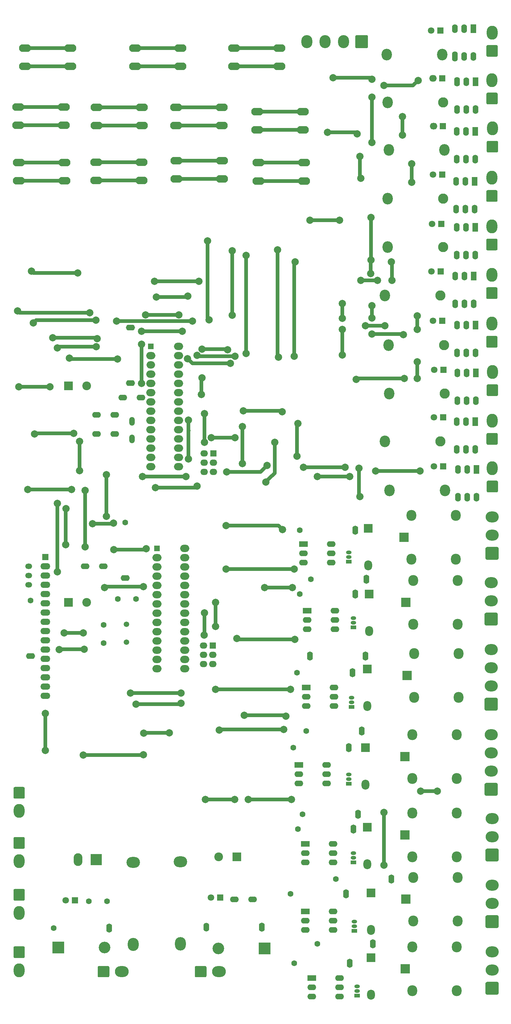
<source format=gbr>
G04 #@! TF.GenerationSoftware,KiCad,Pcbnew,(5.1.5)-3*
G04 #@! TF.CreationDate,2020-04-13T14:59:29+02:00*
G04 #@! TF.ProjectId,Tubeforming_sp,54756265-666f-4726-9d69-6e675f73702e,rev?*
G04 #@! TF.SameCoordinates,Original*
G04 #@! TF.FileFunction,Copper,L1,Top*
G04 #@! TF.FilePolarity,Positive*
%FSLAX46Y46*%
G04 Gerber Fmt 4.6, Leading zero omitted, Abs format (unit mm)*
G04 Created by KiCad (PCBNEW (5.1.5)-3) date 2020-04-13 14:59:29*
%MOMM*%
%LPD*%
G04 APERTURE LIST*
%ADD10R,2.400000X1.600000*%
%ADD11O,2.400000X1.600000*%
%ADD12C,2.800000*%
%ADD13O,2.800000X3.200000*%
%ADD14O,3.300000X2.100000*%
%ADD15R,2.500000X2.500000*%
%ADD16O,2.700000X3.000000*%
%ADD17C,0.100000*%
%ADD18O,3.600000X3.000000*%
%ADD19O,1.600000X2.500000*%
%ADD20C,1.600000*%
%ADD21R,2.400000X2.400000*%
%ADD22O,2.200000X2.700000*%
%ADD23O,1.500000X1.000000*%
%ADD24R,1.500000X1.000000*%
%ADD25O,3.000000X3.600000*%
%ADD26R,1.800000X1.800000*%
%ADD27C,1.800000*%
%ADD28C,2.400000*%
%ADD29O,2.100000X1.700000*%
%ADD30R,1.700000X1.700000*%
%ADD31O,2.500000X1.600000*%
%ADD32O,2.500000X2.000000*%
%ADD33R,1.600000X1.600000*%
%ADD34C,1.500000*%
%ADD35O,3.800000X3.000000*%
%ADD36O,1.600000X2.400000*%
%ADD37R,1.600000X2.400000*%
%ADD38O,1.600000X2.800000*%
%ADD39O,1.900000X1.440000*%
%ADD40O,3.000000X3.800000*%
%ADD41R,3.100000X3.100000*%
%ADD42O,2.400000X3.500000*%
%ADD43O,3.700000X3.000000*%
%ADD44O,3.000000X3.700000*%
%ADD45O,2.700000X1.700000*%
%ADD46O,1.500000X2.400000*%
%ADD47O,2.100000X1.800000*%
%ADD48O,2.350000X2.000000*%
%ADD49O,1.600000X2.600000*%
%ADD50R,3.200000X3.200000*%
%ADD51O,3.200000X3.200000*%
%ADD52C,2.000000*%
%ADD53C,1.000000*%
G04 APERTURE END LIST*
D10*
X179578000Y-277876000D03*
D11*
X187198000Y-282956000D03*
X179578000Y-280416000D03*
X187198000Y-280416000D03*
X179578000Y-282956000D03*
X187198000Y-277876000D03*
D12*
X214884000Y-130556000D03*
D13*
X199644000Y-130556000D03*
D14*
X113338000Y-22606000D03*
X113338000Y-27606000D03*
X100838000Y-22606000D03*
X100838000Y-27606000D03*
X99207140Y-58992960D03*
X99207140Y-53992960D03*
X111707140Y-58992960D03*
X111707140Y-53992960D03*
X143564000Y-22606000D03*
X143564000Y-27606000D03*
X131064000Y-22606000D03*
X131064000Y-27606000D03*
X142364280Y-43824080D03*
X142364280Y-38824080D03*
X154864280Y-43824080D03*
X154864280Y-38824080D03*
X132984720Y-38897740D03*
X132984720Y-43897740D03*
X120484720Y-38897740D03*
X120484720Y-43897740D03*
X177467740Y-54056460D03*
X177467740Y-59056460D03*
X164967740Y-54056460D03*
X164967740Y-59056460D03*
X177124840Y-40061060D03*
X177124840Y-45061060D03*
X164624840Y-40061060D03*
X164624840Y-45061060D03*
X99003940Y-43740260D03*
X99003940Y-38740260D03*
X111503940Y-43740260D03*
X111503940Y-38740260D03*
X120395820Y-58947240D03*
X120395820Y-53947240D03*
X132895820Y-58947240D03*
X132895820Y-53947240D03*
X170742000Y-22606000D03*
X170742000Y-27606000D03*
X158242000Y-22606000D03*
X158242000Y-27606000D03*
X142440480Y-58492580D03*
X142440480Y-53492580D03*
X154940480Y-58492580D03*
X154940480Y-53492580D03*
D15*
X205222000Y-238602000D03*
D16*
X207222000Y-244602000D03*
X219422000Y-244602000D03*
X219422000Y-232602000D03*
X207222000Y-232602000D03*
G04 #@! TA.AperFunction,ComponentPad*
D17*
G36*
X230259382Y-224312107D02*
G01*
X230301852Y-224318406D01*
X230343500Y-224328839D01*
X230383924Y-224343303D01*
X230422736Y-224361659D01*
X230459562Y-224383732D01*
X230494047Y-224409308D01*
X230525859Y-224438141D01*
X230554692Y-224469953D01*
X230580268Y-224504438D01*
X230602341Y-224541264D01*
X230620697Y-224580076D01*
X230635161Y-224620500D01*
X230645594Y-224662148D01*
X230651893Y-224704618D01*
X230654000Y-224747500D01*
X230654000Y-227372500D01*
X230651893Y-227415382D01*
X230645594Y-227457852D01*
X230635161Y-227499500D01*
X230620697Y-227539924D01*
X230602341Y-227578736D01*
X230580268Y-227615562D01*
X230554692Y-227650047D01*
X230525859Y-227681859D01*
X230494047Y-227710692D01*
X230459562Y-227736268D01*
X230422736Y-227758341D01*
X230383924Y-227776697D01*
X230343500Y-227791161D01*
X230301852Y-227801594D01*
X230259382Y-227807893D01*
X230216500Y-227810000D01*
X227491500Y-227810000D01*
X227448618Y-227807893D01*
X227406148Y-227801594D01*
X227364500Y-227791161D01*
X227324076Y-227776697D01*
X227285264Y-227758341D01*
X227248438Y-227736268D01*
X227213953Y-227710692D01*
X227182141Y-227681859D01*
X227153308Y-227650047D01*
X227127732Y-227615562D01*
X227105659Y-227578736D01*
X227087303Y-227539924D01*
X227072839Y-227499500D01*
X227062406Y-227457852D01*
X227056107Y-227415382D01*
X227054000Y-227372500D01*
X227054000Y-224747500D01*
X227056107Y-224704618D01*
X227062406Y-224662148D01*
X227072839Y-224620500D01*
X227087303Y-224580076D01*
X227105659Y-224541264D01*
X227127732Y-224504438D01*
X227153308Y-224469953D01*
X227182141Y-224438141D01*
X227213953Y-224409308D01*
X227248438Y-224383732D01*
X227285264Y-224361659D01*
X227324076Y-224343303D01*
X227364500Y-224328839D01*
X227406148Y-224318406D01*
X227448618Y-224312107D01*
X227491500Y-224310000D01*
X230216500Y-224310000D01*
X230259382Y-224312107D01*
G37*
G04 #@! TD.AperFunction*
D18*
X228854000Y-221060000D03*
X228854000Y-216060000D03*
X228854000Y-211060000D03*
D15*
X205232000Y-275336000D03*
D16*
X207232000Y-281336000D03*
X219432000Y-281336000D03*
X219432000Y-269336000D03*
X207232000Y-269336000D03*
D19*
X194564000Y-168402000D03*
D20*
X179324000Y-168402000D03*
D21*
X195326000Y-172466000D03*
D22*
X195326000Y-182626000D03*
D23*
X191008000Y-180340000D03*
X191008000Y-179070000D03*
D24*
X191008000Y-181610000D03*
D15*
X205472000Y-174762000D03*
D16*
X207472000Y-180762000D03*
X219672000Y-180762000D03*
X219672000Y-168762000D03*
X207472000Y-168762000D03*
D19*
X191516000Y-172466000D03*
D20*
X176276000Y-172466000D03*
D11*
X185928000Y-177038000D03*
X178308000Y-182118000D03*
X185928000Y-179578000D03*
X178308000Y-179578000D03*
X185928000Y-182118000D03*
D10*
X178308000Y-177038000D03*
D25*
X178294000Y-20828000D03*
X183294000Y-20828000D03*
X188294000Y-20828000D03*
G04 #@! TA.AperFunction,ComponentPad*
D17*
G36*
X194649382Y-19030107D02*
G01*
X194691852Y-19036406D01*
X194733500Y-19046839D01*
X194773924Y-19061303D01*
X194812736Y-19079659D01*
X194849562Y-19101732D01*
X194884047Y-19127308D01*
X194915859Y-19156141D01*
X194944692Y-19187953D01*
X194970268Y-19222438D01*
X194992341Y-19259264D01*
X195010697Y-19298076D01*
X195025161Y-19338500D01*
X195035594Y-19380148D01*
X195041893Y-19422618D01*
X195044000Y-19465500D01*
X195044000Y-22190500D01*
X195041893Y-22233382D01*
X195035594Y-22275852D01*
X195025161Y-22317500D01*
X195010697Y-22357924D01*
X194992341Y-22396736D01*
X194970268Y-22433562D01*
X194944692Y-22468047D01*
X194915859Y-22499859D01*
X194884047Y-22528692D01*
X194849562Y-22554268D01*
X194812736Y-22576341D01*
X194773924Y-22594697D01*
X194733500Y-22609161D01*
X194691852Y-22619594D01*
X194649382Y-22625893D01*
X194606500Y-22628000D01*
X191981500Y-22628000D01*
X191938618Y-22625893D01*
X191896148Y-22619594D01*
X191854500Y-22609161D01*
X191814076Y-22594697D01*
X191775264Y-22576341D01*
X191738438Y-22554268D01*
X191703953Y-22528692D01*
X191672141Y-22499859D01*
X191643308Y-22468047D01*
X191617732Y-22433562D01*
X191595659Y-22396736D01*
X191577303Y-22357924D01*
X191562839Y-22317500D01*
X191552406Y-22275852D01*
X191546107Y-22233382D01*
X191544000Y-22190500D01*
X191544000Y-19465500D01*
X191546107Y-19422618D01*
X191552406Y-19380148D01*
X191562839Y-19338500D01*
X191577303Y-19298076D01*
X191595659Y-19259264D01*
X191617732Y-19222438D01*
X191643308Y-19187953D01*
X191672141Y-19156141D01*
X191703953Y-19127308D01*
X191738438Y-19101732D01*
X191775264Y-19079659D01*
X191814076Y-19061303D01*
X191854500Y-19046839D01*
X191896148Y-19036406D01*
X191938618Y-19030107D01*
X191981500Y-19028000D01*
X194606500Y-19028000D01*
X194649382Y-19030107D01*
G37*
G04 #@! TD.AperFunction*
D15*
X204960000Y-156886000D03*
D16*
X206960000Y-162886000D03*
X219160000Y-162886000D03*
X219160000Y-150886000D03*
X206960000Y-150886000D03*
D19*
X194310000Y-189484000D03*
X179070000Y-189484000D03*
D13*
X200914000Y-144018000D03*
X216154000Y-144018000D03*
D26*
X215646000Y-137414000D03*
D27*
X213106000Y-137414000D03*
D16*
X207740000Y-188818000D03*
X219940000Y-188818000D03*
X219940000Y-200818000D03*
X207740000Y-200818000D03*
D15*
X205740000Y-194818000D03*
D20*
X122473060Y-185894120D03*
X122473060Y-180894120D03*
X131370000Y-173830000D03*
X126370000Y-173830000D03*
D28*
X117776000Y-174752000D03*
D21*
X112776000Y-174752000D03*
D29*
X149930000Y-191660000D03*
X152470000Y-191660000D03*
X149930000Y-189120000D03*
X152470000Y-189120000D03*
X149930000Y-186580000D03*
D30*
X152470000Y-186580000D03*
D31*
X128370000Y-168070000D03*
D20*
X128370000Y-152830000D03*
D32*
X144723460Y-159965800D03*
X144723460Y-162505800D03*
X144723460Y-165045800D03*
X144723460Y-167585800D03*
X144723460Y-170125800D03*
X144723460Y-172665800D03*
X144723460Y-175205800D03*
X144723460Y-177745800D03*
X144723460Y-180285800D03*
X144723460Y-182825800D03*
X144723460Y-185365800D03*
X144723460Y-187905800D03*
X144723460Y-190445800D03*
X144723460Y-192985800D03*
X137103460Y-192985800D03*
X137103460Y-190445800D03*
X137103460Y-187905800D03*
X137103460Y-185365800D03*
X137103460Y-182825800D03*
X137103460Y-180285800D03*
X137103460Y-177745800D03*
X137103460Y-175205800D03*
X137103460Y-172665800D03*
X137103460Y-170125800D03*
X137103460Y-167585800D03*
X137103460Y-165045800D03*
X137103460Y-162505800D03*
D33*
X137103460Y-159965800D03*
D34*
X128741780Y-185633160D03*
X128741780Y-180753160D03*
D11*
X117370000Y-164886000D03*
X122370000Y-164886000D03*
G04 #@! TA.AperFunction,ComponentPad*
D17*
G36*
X150348482Y-274549866D02*
G01*
X150386097Y-274555446D01*
X150422985Y-274564686D01*
X150458790Y-274577497D01*
X150493166Y-274593756D01*
X150525783Y-274613306D01*
X150556327Y-274635958D01*
X150584504Y-274661496D01*
X150610042Y-274689673D01*
X150632694Y-274720217D01*
X150652244Y-274752834D01*
X150668503Y-274787210D01*
X150681314Y-274823015D01*
X150690554Y-274859903D01*
X150696134Y-274897518D01*
X150698000Y-274935500D01*
X150698000Y-277260500D01*
X150696134Y-277298482D01*
X150690554Y-277336097D01*
X150681314Y-277372985D01*
X150668503Y-277408790D01*
X150652244Y-277443166D01*
X150632694Y-277475783D01*
X150610042Y-277506327D01*
X150584504Y-277534504D01*
X150556327Y-277560042D01*
X150525783Y-277582694D01*
X150493166Y-277602244D01*
X150458790Y-277618503D01*
X150422985Y-277631314D01*
X150386097Y-277640554D01*
X150348482Y-277646134D01*
X150310500Y-277648000D01*
X147885500Y-277648000D01*
X147847518Y-277646134D01*
X147809903Y-277640554D01*
X147773015Y-277631314D01*
X147737210Y-277618503D01*
X147702834Y-277602244D01*
X147670217Y-277582694D01*
X147639673Y-277560042D01*
X147611496Y-277534504D01*
X147585958Y-277506327D01*
X147563306Y-277475783D01*
X147543756Y-277443166D01*
X147527497Y-277408790D01*
X147514686Y-277372985D01*
X147505446Y-277336097D01*
X147499866Y-277298482D01*
X147498000Y-277260500D01*
X147498000Y-274935500D01*
X147499866Y-274897518D01*
X147505446Y-274859903D01*
X147514686Y-274823015D01*
X147527497Y-274787210D01*
X147543756Y-274752834D01*
X147563306Y-274720217D01*
X147585958Y-274689673D01*
X147611496Y-274661496D01*
X147639673Y-274635958D01*
X147670217Y-274613306D01*
X147702834Y-274593756D01*
X147737210Y-274577497D01*
X147773015Y-274564686D01*
X147809903Y-274555446D01*
X147847518Y-274549866D01*
X147885500Y-274548000D01*
X150310500Y-274548000D01*
X150348482Y-274549866D01*
G37*
G04 #@! TD.AperFunction*
D35*
X154098000Y-276098000D03*
D36*
X224502000Y-53088000D03*
X219422000Y-45468000D03*
X221962000Y-53088000D03*
X221962000Y-45468000D03*
X219422000Y-53088000D03*
D37*
X224502000Y-45468000D03*
D36*
X223956000Y-24924000D03*
X218876000Y-17304000D03*
X221416000Y-24924000D03*
X221416000Y-17304000D03*
D38*
X218876000Y-24924000D03*
D37*
X223956000Y-17304000D03*
D39*
X101854000Y-169926000D03*
X101854000Y-167386000D03*
X101854000Y-164846000D03*
D36*
X224446000Y-79382000D03*
X219366000Y-71762000D03*
X221906000Y-79382000D03*
X221906000Y-71762000D03*
X219366000Y-79382000D03*
D37*
X224446000Y-71762000D03*
D36*
X224782000Y-145856000D03*
X219702000Y-138236000D03*
X222242000Y-145856000D03*
X222242000Y-138236000D03*
X219702000Y-145856000D03*
D37*
X224782000Y-138236000D03*
D36*
X224600000Y-106232000D03*
X219520000Y-98612000D03*
X222060000Y-106232000D03*
X222060000Y-98612000D03*
X219520000Y-106232000D03*
D37*
X224600000Y-98612000D03*
X224514000Y-125162000D03*
D36*
X219434000Y-132782000D03*
X221974000Y-125162000D03*
X221974000Y-132782000D03*
X219434000Y-125162000D03*
X224514000Y-132782000D03*
D35*
X127428000Y-276098000D03*
G04 #@! TA.AperFunction,ComponentPad*
D17*
G36*
X123678482Y-274549866D02*
G01*
X123716097Y-274555446D01*
X123752985Y-274564686D01*
X123788790Y-274577497D01*
X123823166Y-274593756D01*
X123855783Y-274613306D01*
X123886327Y-274635958D01*
X123914504Y-274661496D01*
X123940042Y-274689673D01*
X123962694Y-274720217D01*
X123982244Y-274752834D01*
X123998503Y-274787210D01*
X124011314Y-274823015D01*
X124020554Y-274859903D01*
X124026134Y-274897518D01*
X124028000Y-274935500D01*
X124028000Y-277260500D01*
X124026134Y-277298482D01*
X124020554Y-277336097D01*
X124011314Y-277372985D01*
X123998503Y-277408790D01*
X123982244Y-277443166D01*
X123962694Y-277475783D01*
X123940042Y-277506327D01*
X123914504Y-277534504D01*
X123886327Y-277560042D01*
X123855783Y-277582694D01*
X123823166Y-277602244D01*
X123788790Y-277618503D01*
X123752985Y-277631314D01*
X123716097Y-277640554D01*
X123678482Y-277646134D01*
X123640500Y-277648000D01*
X121215500Y-277648000D01*
X121177518Y-277646134D01*
X121139903Y-277640554D01*
X121103015Y-277631314D01*
X121067210Y-277618503D01*
X121032834Y-277602244D01*
X121000217Y-277582694D01*
X120969673Y-277560042D01*
X120941496Y-277534504D01*
X120915958Y-277506327D01*
X120893306Y-277475783D01*
X120873756Y-277443166D01*
X120857497Y-277408790D01*
X120844686Y-277372985D01*
X120835446Y-277336097D01*
X120829866Y-277298482D01*
X120828000Y-277260500D01*
X120828000Y-274935500D01*
X120829866Y-274897518D01*
X120835446Y-274859903D01*
X120844686Y-274823015D01*
X120857497Y-274787210D01*
X120873756Y-274752834D01*
X120893306Y-274720217D01*
X120915958Y-274689673D01*
X120941496Y-274661496D01*
X120969673Y-274635958D01*
X121000217Y-274613306D01*
X121032834Y-274593756D01*
X121067210Y-274577497D01*
X121103015Y-274564686D01*
X121139903Y-274555446D01*
X121177518Y-274549866D01*
X121215500Y-274548000D01*
X123640500Y-274548000D01*
X123678482Y-274549866D01*
G37*
G04 #@! TD.AperFunction*
G04 #@! TA.AperFunction,ComponentPad*
G36*
X230250482Y-101613866D02*
G01*
X230288097Y-101619446D01*
X230324985Y-101628686D01*
X230360790Y-101641497D01*
X230395166Y-101657756D01*
X230427783Y-101677306D01*
X230458327Y-101699958D01*
X230486504Y-101725496D01*
X230512042Y-101753673D01*
X230534694Y-101784217D01*
X230554244Y-101816834D01*
X230570503Y-101851210D01*
X230583314Y-101887015D01*
X230592554Y-101923903D01*
X230598134Y-101961518D01*
X230600000Y-101999500D01*
X230600000Y-104424500D01*
X230598134Y-104462482D01*
X230592554Y-104500097D01*
X230583314Y-104536985D01*
X230570503Y-104572790D01*
X230554244Y-104607166D01*
X230534694Y-104639783D01*
X230512042Y-104670327D01*
X230486504Y-104698504D01*
X230458327Y-104724042D01*
X230427783Y-104746694D01*
X230395166Y-104766244D01*
X230360790Y-104782503D01*
X230324985Y-104795314D01*
X230288097Y-104804554D01*
X230250482Y-104810134D01*
X230212500Y-104812000D01*
X227887500Y-104812000D01*
X227849518Y-104810134D01*
X227811903Y-104804554D01*
X227775015Y-104795314D01*
X227739210Y-104782503D01*
X227704834Y-104766244D01*
X227672217Y-104746694D01*
X227641673Y-104724042D01*
X227613496Y-104698504D01*
X227587958Y-104670327D01*
X227565306Y-104639783D01*
X227545756Y-104607166D01*
X227529497Y-104572790D01*
X227516686Y-104536985D01*
X227507446Y-104500097D01*
X227501866Y-104462482D01*
X227500000Y-104424500D01*
X227500000Y-101999500D01*
X227501866Y-101961518D01*
X227507446Y-101923903D01*
X227516686Y-101887015D01*
X227529497Y-101851210D01*
X227545756Y-101816834D01*
X227565306Y-101784217D01*
X227587958Y-101753673D01*
X227613496Y-101725496D01*
X227641673Y-101699958D01*
X227672217Y-101677306D01*
X227704834Y-101657756D01*
X227739210Y-101641497D01*
X227775015Y-101628686D01*
X227811903Y-101619446D01*
X227849518Y-101613866D01*
X227887500Y-101612000D01*
X230212500Y-101612000D01*
X230250482Y-101613866D01*
G37*
G04 #@! TD.AperFunction*
D40*
X229050000Y-98212000D03*
G04 #@! TA.AperFunction,ComponentPad*
D17*
G36*
X230298482Y-34837866D02*
G01*
X230336097Y-34843446D01*
X230372985Y-34852686D01*
X230408790Y-34865497D01*
X230443166Y-34881756D01*
X230475783Y-34901306D01*
X230506327Y-34923958D01*
X230534504Y-34949496D01*
X230560042Y-34977673D01*
X230582694Y-35008217D01*
X230602244Y-35040834D01*
X230618503Y-35075210D01*
X230631314Y-35111015D01*
X230640554Y-35147903D01*
X230646134Y-35185518D01*
X230648000Y-35223500D01*
X230648000Y-37648500D01*
X230646134Y-37686482D01*
X230640554Y-37724097D01*
X230631314Y-37760985D01*
X230618503Y-37796790D01*
X230602244Y-37831166D01*
X230582694Y-37863783D01*
X230560042Y-37894327D01*
X230534504Y-37922504D01*
X230506327Y-37948042D01*
X230475783Y-37970694D01*
X230443166Y-37990244D01*
X230408790Y-38006503D01*
X230372985Y-38019314D01*
X230336097Y-38028554D01*
X230298482Y-38034134D01*
X230260500Y-38036000D01*
X227935500Y-38036000D01*
X227897518Y-38034134D01*
X227859903Y-38028554D01*
X227823015Y-38019314D01*
X227787210Y-38006503D01*
X227752834Y-37990244D01*
X227720217Y-37970694D01*
X227689673Y-37948042D01*
X227661496Y-37922504D01*
X227635958Y-37894327D01*
X227613306Y-37863783D01*
X227593756Y-37831166D01*
X227577497Y-37796790D01*
X227564686Y-37760985D01*
X227555446Y-37724097D01*
X227549866Y-37686482D01*
X227548000Y-37648500D01*
X227548000Y-35223500D01*
X227549866Y-35185518D01*
X227555446Y-35147903D01*
X227564686Y-35111015D01*
X227577497Y-35075210D01*
X227593756Y-35040834D01*
X227613306Y-35008217D01*
X227635958Y-34977673D01*
X227661496Y-34949496D01*
X227689673Y-34923958D01*
X227720217Y-34901306D01*
X227752834Y-34881756D01*
X227787210Y-34865497D01*
X227823015Y-34852686D01*
X227859903Y-34843446D01*
X227897518Y-34837866D01*
X227935500Y-34836000D01*
X230260500Y-34836000D01*
X230298482Y-34837866D01*
G37*
G04 #@! TD.AperFunction*
D40*
X229098000Y-31436000D03*
G04 #@! TA.AperFunction,ComponentPad*
D17*
G36*
X230250482Y-88261866D02*
G01*
X230288097Y-88267446D01*
X230324985Y-88276686D01*
X230360790Y-88289497D01*
X230395166Y-88305756D01*
X230427783Y-88325306D01*
X230458327Y-88347958D01*
X230486504Y-88373496D01*
X230512042Y-88401673D01*
X230534694Y-88432217D01*
X230554244Y-88464834D01*
X230570503Y-88499210D01*
X230583314Y-88535015D01*
X230592554Y-88571903D01*
X230598134Y-88609518D01*
X230600000Y-88647500D01*
X230600000Y-91072500D01*
X230598134Y-91110482D01*
X230592554Y-91148097D01*
X230583314Y-91184985D01*
X230570503Y-91220790D01*
X230554244Y-91255166D01*
X230534694Y-91287783D01*
X230512042Y-91318327D01*
X230486504Y-91346504D01*
X230458327Y-91372042D01*
X230427783Y-91394694D01*
X230395166Y-91414244D01*
X230360790Y-91430503D01*
X230324985Y-91443314D01*
X230288097Y-91452554D01*
X230250482Y-91458134D01*
X230212500Y-91460000D01*
X227887500Y-91460000D01*
X227849518Y-91458134D01*
X227811903Y-91452554D01*
X227775015Y-91443314D01*
X227739210Y-91430503D01*
X227704834Y-91414244D01*
X227672217Y-91394694D01*
X227641673Y-91372042D01*
X227613496Y-91346504D01*
X227587958Y-91318327D01*
X227565306Y-91287783D01*
X227545756Y-91255166D01*
X227529497Y-91220790D01*
X227516686Y-91184985D01*
X227507446Y-91148097D01*
X227501866Y-91110482D01*
X227500000Y-91072500D01*
X227500000Y-88647500D01*
X227501866Y-88609518D01*
X227507446Y-88571903D01*
X227516686Y-88535015D01*
X227529497Y-88499210D01*
X227545756Y-88464834D01*
X227565306Y-88432217D01*
X227587958Y-88401673D01*
X227613496Y-88373496D01*
X227641673Y-88347958D01*
X227672217Y-88325306D01*
X227704834Y-88305756D01*
X227739210Y-88289497D01*
X227775015Y-88276686D01*
X227811903Y-88267446D01*
X227849518Y-88261866D01*
X227887500Y-88260000D01*
X230212500Y-88260000D01*
X230250482Y-88261866D01*
G37*
G04 #@! TD.AperFunction*
D40*
X229050000Y-84860000D03*
X229046000Y-71512000D03*
G04 #@! TA.AperFunction,ComponentPad*
D17*
G36*
X230246482Y-74913866D02*
G01*
X230284097Y-74919446D01*
X230320985Y-74928686D01*
X230356790Y-74941497D01*
X230391166Y-74957756D01*
X230423783Y-74977306D01*
X230454327Y-74999958D01*
X230482504Y-75025496D01*
X230508042Y-75053673D01*
X230530694Y-75084217D01*
X230550244Y-75116834D01*
X230566503Y-75151210D01*
X230579314Y-75187015D01*
X230588554Y-75223903D01*
X230594134Y-75261518D01*
X230596000Y-75299500D01*
X230596000Y-77724500D01*
X230594134Y-77762482D01*
X230588554Y-77800097D01*
X230579314Y-77836985D01*
X230566503Y-77872790D01*
X230550244Y-77907166D01*
X230530694Y-77939783D01*
X230508042Y-77970327D01*
X230482504Y-77998504D01*
X230454327Y-78024042D01*
X230423783Y-78046694D01*
X230391166Y-78066244D01*
X230356790Y-78082503D01*
X230320985Y-78095314D01*
X230284097Y-78104554D01*
X230246482Y-78110134D01*
X230208500Y-78112000D01*
X227883500Y-78112000D01*
X227845518Y-78110134D01*
X227807903Y-78104554D01*
X227771015Y-78095314D01*
X227735210Y-78082503D01*
X227700834Y-78066244D01*
X227668217Y-78046694D01*
X227637673Y-78024042D01*
X227609496Y-77998504D01*
X227583958Y-77970327D01*
X227561306Y-77939783D01*
X227541756Y-77907166D01*
X227525497Y-77872790D01*
X227512686Y-77836985D01*
X227503446Y-77800097D01*
X227497866Y-77762482D01*
X227496000Y-77724500D01*
X227496000Y-75299500D01*
X227497866Y-75261518D01*
X227503446Y-75223903D01*
X227512686Y-75187015D01*
X227525497Y-75151210D01*
X227541756Y-75116834D01*
X227561306Y-75084217D01*
X227583958Y-75053673D01*
X227609496Y-75025496D01*
X227637673Y-74999958D01*
X227668217Y-74977306D01*
X227700834Y-74957756D01*
X227735210Y-74941497D01*
X227771015Y-74928686D01*
X227807903Y-74919446D01*
X227845518Y-74913866D01*
X227883500Y-74912000D01*
X230208500Y-74912000D01*
X230246482Y-74913866D01*
G37*
G04 #@! TD.AperFunction*
D13*
X215392000Y-24384000D03*
X200152000Y-24384000D03*
D40*
X229058000Y-58192000D03*
G04 #@! TA.AperFunction,ComponentPad*
D17*
G36*
X230258482Y-61593866D02*
G01*
X230296097Y-61599446D01*
X230332985Y-61608686D01*
X230368790Y-61621497D01*
X230403166Y-61637756D01*
X230435783Y-61657306D01*
X230466327Y-61679958D01*
X230494504Y-61705496D01*
X230520042Y-61733673D01*
X230542694Y-61764217D01*
X230562244Y-61796834D01*
X230578503Y-61831210D01*
X230591314Y-61867015D01*
X230600554Y-61903903D01*
X230606134Y-61941518D01*
X230608000Y-61979500D01*
X230608000Y-64404500D01*
X230606134Y-64442482D01*
X230600554Y-64480097D01*
X230591314Y-64516985D01*
X230578503Y-64552790D01*
X230562244Y-64587166D01*
X230542694Y-64619783D01*
X230520042Y-64650327D01*
X230494504Y-64678504D01*
X230466327Y-64704042D01*
X230435783Y-64726694D01*
X230403166Y-64746244D01*
X230368790Y-64762503D01*
X230332985Y-64775314D01*
X230296097Y-64784554D01*
X230258482Y-64790134D01*
X230220500Y-64792000D01*
X227895500Y-64792000D01*
X227857518Y-64790134D01*
X227819903Y-64784554D01*
X227783015Y-64775314D01*
X227747210Y-64762503D01*
X227712834Y-64746244D01*
X227680217Y-64726694D01*
X227649673Y-64704042D01*
X227621496Y-64678504D01*
X227595958Y-64650327D01*
X227573306Y-64619783D01*
X227553756Y-64587166D01*
X227537497Y-64552790D01*
X227524686Y-64516985D01*
X227515446Y-64480097D01*
X227509866Y-64442482D01*
X227508000Y-64404500D01*
X227508000Y-61979500D01*
X227509866Y-61941518D01*
X227515446Y-61903903D01*
X227524686Y-61867015D01*
X227537497Y-61831210D01*
X227553756Y-61796834D01*
X227573306Y-61764217D01*
X227595958Y-61733673D01*
X227621496Y-61705496D01*
X227649673Y-61679958D01*
X227680217Y-61657306D01*
X227712834Y-61637756D01*
X227747210Y-61621497D01*
X227783015Y-61608686D01*
X227819903Y-61599446D01*
X227857518Y-61593866D01*
X227895500Y-61592000D01*
X230220500Y-61592000D01*
X230258482Y-61593866D01*
G37*
G04 #@! TD.AperFunction*
D26*
X214956000Y-17804000D03*
D27*
X212416000Y-17804000D03*
D26*
X215000000Y-83910000D03*
D27*
X212460000Y-83910000D03*
D40*
X229182000Y-137936000D03*
G04 #@! TA.AperFunction,ComponentPad*
D17*
G36*
X230382482Y-141337866D02*
G01*
X230420097Y-141343446D01*
X230456985Y-141352686D01*
X230492790Y-141365497D01*
X230527166Y-141381756D01*
X230559783Y-141401306D01*
X230590327Y-141423958D01*
X230618504Y-141449496D01*
X230644042Y-141477673D01*
X230666694Y-141508217D01*
X230686244Y-141540834D01*
X230702503Y-141575210D01*
X230715314Y-141611015D01*
X230724554Y-141647903D01*
X230730134Y-141685518D01*
X230732000Y-141723500D01*
X230732000Y-144148500D01*
X230730134Y-144186482D01*
X230724554Y-144224097D01*
X230715314Y-144260985D01*
X230702503Y-144296790D01*
X230686244Y-144331166D01*
X230666694Y-144363783D01*
X230644042Y-144394327D01*
X230618504Y-144422504D01*
X230590327Y-144448042D01*
X230559783Y-144470694D01*
X230527166Y-144490244D01*
X230492790Y-144506503D01*
X230456985Y-144519314D01*
X230420097Y-144528554D01*
X230382482Y-144534134D01*
X230344500Y-144536000D01*
X228019500Y-144536000D01*
X227981518Y-144534134D01*
X227943903Y-144528554D01*
X227907015Y-144519314D01*
X227871210Y-144506503D01*
X227836834Y-144490244D01*
X227804217Y-144470694D01*
X227773673Y-144448042D01*
X227745496Y-144422504D01*
X227719958Y-144394327D01*
X227697306Y-144363783D01*
X227677756Y-144331166D01*
X227661497Y-144296790D01*
X227648686Y-144260985D01*
X227639446Y-144224097D01*
X227633866Y-144186482D01*
X227632000Y-144148500D01*
X227632000Y-141723500D01*
X227633866Y-141685518D01*
X227639446Y-141647903D01*
X227648686Y-141611015D01*
X227661497Y-141575210D01*
X227677756Y-141540834D01*
X227697306Y-141508217D01*
X227719958Y-141477673D01*
X227745496Y-141449496D01*
X227773673Y-141423958D01*
X227804217Y-141401306D01*
X227836834Y-141381756D01*
X227871210Y-141365497D01*
X227907015Y-141352686D01*
X227943903Y-141343446D01*
X227981518Y-141337866D01*
X228019500Y-141336000D01*
X230344500Y-141336000D01*
X230382482Y-141337866D01*
G37*
G04 #@! TD.AperFunction*
D40*
X229202000Y-44660000D03*
G04 #@! TA.AperFunction,ComponentPad*
D17*
G36*
X230402482Y-48061866D02*
G01*
X230440097Y-48067446D01*
X230476985Y-48076686D01*
X230512790Y-48089497D01*
X230547166Y-48105756D01*
X230579783Y-48125306D01*
X230610327Y-48147958D01*
X230638504Y-48173496D01*
X230664042Y-48201673D01*
X230686694Y-48232217D01*
X230706244Y-48264834D01*
X230722503Y-48299210D01*
X230735314Y-48335015D01*
X230744554Y-48371903D01*
X230750134Y-48409518D01*
X230752000Y-48447500D01*
X230752000Y-50872500D01*
X230750134Y-50910482D01*
X230744554Y-50948097D01*
X230735314Y-50984985D01*
X230722503Y-51020790D01*
X230706244Y-51055166D01*
X230686694Y-51087783D01*
X230664042Y-51118327D01*
X230638504Y-51146504D01*
X230610327Y-51172042D01*
X230579783Y-51194694D01*
X230547166Y-51214244D01*
X230512790Y-51230503D01*
X230476985Y-51243314D01*
X230440097Y-51252554D01*
X230402482Y-51258134D01*
X230364500Y-51260000D01*
X228039500Y-51260000D01*
X228001518Y-51258134D01*
X227963903Y-51252554D01*
X227927015Y-51243314D01*
X227891210Y-51230503D01*
X227856834Y-51214244D01*
X227824217Y-51194694D01*
X227793673Y-51172042D01*
X227765496Y-51146504D01*
X227739958Y-51118327D01*
X227717306Y-51087783D01*
X227697756Y-51055166D01*
X227681497Y-51020790D01*
X227668686Y-50984985D01*
X227659446Y-50948097D01*
X227653866Y-50910482D01*
X227652000Y-50872500D01*
X227652000Y-48447500D01*
X227653866Y-48409518D01*
X227659446Y-48371903D01*
X227668686Y-48335015D01*
X227681497Y-48299210D01*
X227697756Y-48264834D01*
X227717306Y-48232217D01*
X227739958Y-48201673D01*
X227765496Y-48173496D01*
X227793673Y-48147958D01*
X227824217Y-48125306D01*
X227856834Y-48105756D01*
X227891210Y-48089497D01*
X227927015Y-48076686D01*
X227963903Y-48067446D01*
X228001518Y-48061866D01*
X228039500Y-48060000D01*
X230364500Y-48060000D01*
X230402482Y-48061866D01*
G37*
G04 #@! TD.AperFunction*
D40*
X229192000Y-111498000D03*
G04 #@! TA.AperFunction,ComponentPad*
D17*
G36*
X230392482Y-114899866D02*
G01*
X230430097Y-114905446D01*
X230466985Y-114914686D01*
X230502790Y-114927497D01*
X230537166Y-114943756D01*
X230569783Y-114963306D01*
X230600327Y-114985958D01*
X230628504Y-115011496D01*
X230654042Y-115039673D01*
X230676694Y-115070217D01*
X230696244Y-115102834D01*
X230712503Y-115137210D01*
X230725314Y-115173015D01*
X230734554Y-115209903D01*
X230740134Y-115247518D01*
X230742000Y-115285500D01*
X230742000Y-117710500D01*
X230740134Y-117748482D01*
X230734554Y-117786097D01*
X230725314Y-117822985D01*
X230712503Y-117858790D01*
X230696244Y-117893166D01*
X230676694Y-117925783D01*
X230654042Y-117956327D01*
X230628504Y-117984504D01*
X230600327Y-118010042D01*
X230569783Y-118032694D01*
X230537166Y-118052244D01*
X230502790Y-118068503D01*
X230466985Y-118081314D01*
X230430097Y-118090554D01*
X230392482Y-118096134D01*
X230354500Y-118098000D01*
X228029500Y-118098000D01*
X227991518Y-118096134D01*
X227953903Y-118090554D01*
X227917015Y-118081314D01*
X227881210Y-118068503D01*
X227846834Y-118052244D01*
X227814217Y-118032694D01*
X227783673Y-118010042D01*
X227755496Y-117984504D01*
X227729958Y-117956327D01*
X227707306Y-117925783D01*
X227687756Y-117893166D01*
X227671497Y-117858790D01*
X227658686Y-117822985D01*
X227649446Y-117786097D01*
X227643866Y-117748482D01*
X227642000Y-117710500D01*
X227642000Y-115285500D01*
X227643866Y-115247518D01*
X227649446Y-115209903D01*
X227658686Y-115173015D01*
X227671497Y-115137210D01*
X227687756Y-115102834D01*
X227707306Y-115070217D01*
X227729958Y-115039673D01*
X227755496Y-115011496D01*
X227783673Y-114985958D01*
X227814217Y-114963306D01*
X227846834Y-114943756D01*
X227881210Y-114927497D01*
X227917015Y-114914686D01*
X227953903Y-114905446D01*
X227991518Y-114899866D01*
X228029500Y-114898000D01*
X230354500Y-114898000D01*
X230392482Y-114899866D01*
G37*
G04 #@! TD.AperFunction*
D28*
X154004000Y-244602000D03*
D21*
X159004000Y-244602000D03*
D41*
X120396000Y-245364000D03*
D42*
X115396000Y-245364000D03*
D27*
X151892000Y-255778000D03*
D26*
X154432000Y-255778000D03*
D40*
X99264000Y-260022000D03*
G04 #@! TA.AperFunction,ComponentPad*
D17*
G36*
X100464482Y-253423866D02*
G01*
X100502097Y-253429446D01*
X100538985Y-253438686D01*
X100574790Y-253451497D01*
X100609166Y-253467756D01*
X100641783Y-253487306D01*
X100672327Y-253509958D01*
X100700504Y-253535496D01*
X100726042Y-253563673D01*
X100748694Y-253594217D01*
X100768244Y-253626834D01*
X100784503Y-253661210D01*
X100797314Y-253697015D01*
X100806554Y-253733903D01*
X100812134Y-253771518D01*
X100814000Y-253809500D01*
X100814000Y-256234500D01*
X100812134Y-256272482D01*
X100806554Y-256310097D01*
X100797314Y-256346985D01*
X100784503Y-256382790D01*
X100768244Y-256417166D01*
X100748694Y-256449783D01*
X100726042Y-256480327D01*
X100700504Y-256508504D01*
X100672327Y-256534042D01*
X100641783Y-256556694D01*
X100609166Y-256576244D01*
X100574790Y-256592503D01*
X100538985Y-256605314D01*
X100502097Y-256614554D01*
X100464482Y-256620134D01*
X100426500Y-256622000D01*
X98101500Y-256622000D01*
X98063518Y-256620134D01*
X98025903Y-256614554D01*
X97989015Y-256605314D01*
X97953210Y-256592503D01*
X97918834Y-256576244D01*
X97886217Y-256556694D01*
X97855673Y-256534042D01*
X97827496Y-256508504D01*
X97801958Y-256480327D01*
X97779306Y-256449783D01*
X97759756Y-256417166D01*
X97743497Y-256382790D01*
X97730686Y-256346985D01*
X97721446Y-256310097D01*
X97715866Y-256272482D01*
X97714000Y-256234500D01*
X97714000Y-253809500D01*
X97715866Y-253771518D01*
X97721446Y-253733903D01*
X97730686Y-253697015D01*
X97743497Y-253661210D01*
X97759756Y-253626834D01*
X97779306Y-253594217D01*
X97801958Y-253563673D01*
X97827496Y-253535496D01*
X97855673Y-253509958D01*
X97886217Y-253487306D01*
X97918834Y-253467756D01*
X97953210Y-253451497D01*
X97989015Y-253438686D01*
X98025903Y-253429446D01*
X98063518Y-253423866D01*
X98101500Y-253422000D01*
X100426500Y-253422000D01*
X100464482Y-253423866D01*
G37*
G04 #@! TD.AperFunction*
D11*
X125476000Y-123276000D03*
X120476000Y-123276000D03*
G04 #@! TA.AperFunction,ComponentPad*
D17*
G36*
X100464482Y-239173866D02*
G01*
X100502097Y-239179446D01*
X100538985Y-239188686D01*
X100574790Y-239201497D01*
X100609166Y-239217756D01*
X100641783Y-239237306D01*
X100672327Y-239259958D01*
X100700504Y-239285496D01*
X100726042Y-239313673D01*
X100748694Y-239344217D01*
X100768244Y-239376834D01*
X100784503Y-239411210D01*
X100797314Y-239447015D01*
X100806554Y-239483903D01*
X100812134Y-239521518D01*
X100814000Y-239559500D01*
X100814000Y-241984500D01*
X100812134Y-242022482D01*
X100806554Y-242060097D01*
X100797314Y-242096985D01*
X100784503Y-242132790D01*
X100768244Y-242167166D01*
X100748694Y-242199783D01*
X100726042Y-242230327D01*
X100700504Y-242258504D01*
X100672327Y-242284042D01*
X100641783Y-242306694D01*
X100609166Y-242326244D01*
X100574790Y-242342503D01*
X100538985Y-242355314D01*
X100502097Y-242364554D01*
X100464482Y-242370134D01*
X100426500Y-242372000D01*
X98101500Y-242372000D01*
X98063518Y-242370134D01*
X98025903Y-242364554D01*
X97989015Y-242355314D01*
X97953210Y-242342503D01*
X97918834Y-242326244D01*
X97886217Y-242306694D01*
X97855673Y-242284042D01*
X97827496Y-242258504D01*
X97801958Y-242230327D01*
X97779306Y-242199783D01*
X97759756Y-242167166D01*
X97743497Y-242132790D01*
X97730686Y-242096985D01*
X97721446Y-242060097D01*
X97715866Y-242022482D01*
X97714000Y-241984500D01*
X97714000Y-239559500D01*
X97715866Y-239521518D01*
X97721446Y-239483903D01*
X97730686Y-239447015D01*
X97743497Y-239411210D01*
X97759756Y-239376834D01*
X97779306Y-239344217D01*
X97801958Y-239313673D01*
X97827496Y-239285496D01*
X97855673Y-239259958D01*
X97886217Y-239237306D01*
X97918834Y-239217756D01*
X97953210Y-239201497D01*
X97989015Y-239188686D01*
X98025903Y-239179446D01*
X98063518Y-239173866D01*
X98101500Y-239172000D01*
X100426500Y-239172000D01*
X100464482Y-239173866D01*
G37*
G04 #@! TD.AperFunction*
D40*
X99264000Y-245772000D03*
X99264000Y-232022000D03*
G04 #@! TA.AperFunction,ComponentPad*
D17*
G36*
X100464482Y-225423866D02*
G01*
X100502097Y-225429446D01*
X100538985Y-225438686D01*
X100574790Y-225451497D01*
X100609166Y-225467756D01*
X100641783Y-225487306D01*
X100672327Y-225509958D01*
X100700504Y-225535496D01*
X100726042Y-225563673D01*
X100748694Y-225594217D01*
X100768244Y-225626834D01*
X100784503Y-225661210D01*
X100797314Y-225697015D01*
X100806554Y-225733903D01*
X100812134Y-225771518D01*
X100814000Y-225809500D01*
X100814000Y-228234500D01*
X100812134Y-228272482D01*
X100806554Y-228310097D01*
X100797314Y-228346985D01*
X100784503Y-228382790D01*
X100768244Y-228417166D01*
X100748694Y-228449783D01*
X100726042Y-228480327D01*
X100700504Y-228508504D01*
X100672327Y-228534042D01*
X100641783Y-228556694D01*
X100609166Y-228576244D01*
X100574790Y-228592503D01*
X100538985Y-228605314D01*
X100502097Y-228614554D01*
X100464482Y-228620134D01*
X100426500Y-228622000D01*
X98101500Y-228622000D01*
X98063518Y-228620134D01*
X98025903Y-228614554D01*
X97989015Y-228605314D01*
X97953210Y-228592503D01*
X97918834Y-228576244D01*
X97886217Y-228556694D01*
X97855673Y-228534042D01*
X97827496Y-228508504D01*
X97801958Y-228480327D01*
X97779306Y-228449783D01*
X97759756Y-228417166D01*
X97743497Y-228382790D01*
X97730686Y-228346985D01*
X97721446Y-228310097D01*
X97715866Y-228272482D01*
X97714000Y-228234500D01*
X97714000Y-225809500D01*
X97715866Y-225771518D01*
X97721446Y-225733903D01*
X97730686Y-225697015D01*
X97743497Y-225661210D01*
X97759756Y-225626834D01*
X97779306Y-225594217D01*
X97801958Y-225563673D01*
X97827496Y-225535496D01*
X97855673Y-225509958D01*
X97886217Y-225487306D01*
X97918834Y-225467756D01*
X97953210Y-225451497D01*
X97989015Y-225438686D01*
X98025903Y-225429446D01*
X98063518Y-225423866D01*
X98101500Y-225422000D01*
X100426500Y-225422000D01*
X100464482Y-225423866D01*
G37*
G04 #@! TD.AperFunction*
D26*
X114554000Y-256540000D03*
D27*
X112014000Y-256540000D03*
D28*
X117776000Y-115316000D03*
D21*
X112776000Y-115316000D03*
D30*
X152564700Y-133880680D03*
D29*
X150024700Y-133880680D03*
X152564700Y-136420680D03*
X150024700Y-136420680D03*
X152564700Y-138960680D03*
X150024700Y-138960680D03*
D40*
X229114000Y-124862000D03*
G04 #@! TA.AperFunction,ComponentPad*
D17*
G36*
X230314482Y-128263866D02*
G01*
X230352097Y-128269446D01*
X230388985Y-128278686D01*
X230424790Y-128291497D01*
X230459166Y-128307756D01*
X230491783Y-128327306D01*
X230522327Y-128349958D01*
X230550504Y-128375496D01*
X230576042Y-128403673D01*
X230598694Y-128434217D01*
X230618244Y-128466834D01*
X230634503Y-128501210D01*
X230647314Y-128537015D01*
X230656554Y-128573903D01*
X230662134Y-128611518D01*
X230664000Y-128649500D01*
X230664000Y-131074500D01*
X230662134Y-131112482D01*
X230656554Y-131150097D01*
X230647314Y-131186985D01*
X230634503Y-131222790D01*
X230618244Y-131257166D01*
X230598694Y-131289783D01*
X230576042Y-131320327D01*
X230550504Y-131348504D01*
X230522327Y-131374042D01*
X230491783Y-131396694D01*
X230459166Y-131416244D01*
X230424790Y-131432503D01*
X230388985Y-131445314D01*
X230352097Y-131454554D01*
X230314482Y-131460134D01*
X230276500Y-131462000D01*
X227951500Y-131462000D01*
X227913518Y-131460134D01*
X227875903Y-131454554D01*
X227839015Y-131445314D01*
X227803210Y-131432503D01*
X227768834Y-131416244D01*
X227736217Y-131396694D01*
X227705673Y-131374042D01*
X227677496Y-131348504D01*
X227651958Y-131320327D01*
X227629306Y-131289783D01*
X227609756Y-131257166D01*
X227593497Y-131222790D01*
X227580686Y-131186985D01*
X227571446Y-131150097D01*
X227565866Y-131112482D01*
X227564000Y-131074500D01*
X227564000Y-128649500D01*
X227565866Y-128611518D01*
X227571446Y-128573903D01*
X227580686Y-128537015D01*
X227593497Y-128501210D01*
X227609756Y-128466834D01*
X227629306Y-128434217D01*
X227651958Y-128403673D01*
X227677496Y-128375496D01*
X227705673Y-128349958D01*
X227736217Y-128327306D01*
X227768834Y-128307756D01*
X227803210Y-128291497D01*
X227839015Y-128278686D01*
X227875903Y-128269446D01*
X227913518Y-128263866D01*
X227951500Y-128262000D01*
X230276500Y-128262000D01*
X230314482Y-128263866D01*
G37*
G04 #@! TD.AperFunction*
D11*
X120476000Y-128524000D03*
X125476000Y-128524000D03*
D27*
X212868000Y-57292000D03*
D26*
X215408000Y-57292000D03*
D43*
X143510000Y-245978000D03*
D44*
X143510000Y-268478000D03*
D43*
X130556000Y-246126000D03*
D25*
X130556000Y-268626000D03*
G04 #@! TA.AperFunction,ComponentPad*
D17*
G36*
X230306482Y-21755866D02*
G01*
X230344097Y-21761446D01*
X230380985Y-21770686D01*
X230416790Y-21783497D01*
X230451166Y-21799756D01*
X230483783Y-21819306D01*
X230514327Y-21841958D01*
X230542504Y-21867496D01*
X230568042Y-21895673D01*
X230590694Y-21926217D01*
X230610244Y-21958834D01*
X230626503Y-21993210D01*
X230639314Y-22029015D01*
X230648554Y-22065903D01*
X230654134Y-22103518D01*
X230656000Y-22141500D01*
X230656000Y-24566500D01*
X230654134Y-24604482D01*
X230648554Y-24642097D01*
X230639314Y-24678985D01*
X230626503Y-24714790D01*
X230610244Y-24749166D01*
X230590694Y-24781783D01*
X230568042Y-24812327D01*
X230542504Y-24840504D01*
X230514327Y-24866042D01*
X230483783Y-24888694D01*
X230451166Y-24908244D01*
X230416790Y-24924503D01*
X230380985Y-24937314D01*
X230344097Y-24946554D01*
X230306482Y-24952134D01*
X230268500Y-24954000D01*
X227943500Y-24954000D01*
X227905518Y-24952134D01*
X227867903Y-24946554D01*
X227831015Y-24937314D01*
X227795210Y-24924503D01*
X227760834Y-24908244D01*
X227728217Y-24888694D01*
X227697673Y-24866042D01*
X227669496Y-24840504D01*
X227643958Y-24812327D01*
X227621306Y-24781783D01*
X227601756Y-24749166D01*
X227585497Y-24714790D01*
X227572686Y-24678985D01*
X227563446Y-24642097D01*
X227557866Y-24604482D01*
X227556000Y-24566500D01*
X227556000Y-22141500D01*
X227557866Y-22103518D01*
X227563446Y-22065903D01*
X227572686Y-22029015D01*
X227585497Y-21993210D01*
X227601756Y-21958834D01*
X227621306Y-21926217D01*
X227643958Y-21895673D01*
X227669496Y-21867496D01*
X227697673Y-21841958D01*
X227728217Y-21819306D01*
X227760834Y-21799756D01*
X227795210Y-21783497D01*
X227831015Y-21770686D01*
X227867903Y-21761446D01*
X227905518Y-21755866D01*
X227943500Y-21754000D01*
X230268500Y-21754000D01*
X230306482Y-21755866D01*
G37*
G04 #@! TD.AperFunction*
D40*
X229106000Y-18354000D03*
D30*
X106484000Y-162300000D03*
D45*
X106484000Y-164840000D03*
X106484000Y-167380000D03*
X106484000Y-169920000D03*
X106484000Y-172460000D03*
X106484000Y-175000000D03*
X106484000Y-177540000D03*
X106484000Y-180080000D03*
X106484000Y-182620000D03*
X106484000Y-185160000D03*
X106484000Y-187700000D03*
X106484000Y-190240000D03*
X106484000Y-192780000D03*
X106484000Y-195320000D03*
X106484000Y-197860000D03*
X106484000Y-200400000D03*
G04 #@! TA.AperFunction,ComponentPad*
D17*
G36*
X100464482Y-269173866D02*
G01*
X100502097Y-269179446D01*
X100538985Y-269188686D01*
X100574790Y-269201497D01*
X100609166Y-269217756D01*
X100641783Y-269237306D01*
X100672327Y-269259958D01*
X100700504Y-269285496D01*
X100726042Y-269313673D01*
X100748694Y-269344217D01*
X100768244Y-269376834D01*
X100784503Y-269411210D01*
X100797314Y-269447015D01*
X100806554Y-269483903D01*
X100812134Y-269521518D01*
X100814000Y-269559500D01*
X100814000Y-271984500D01*
X100812134Y-272022482D01*
X100806554Y-272060097D01*
X100797314Y-272096985D01*
X100784503Y-272132790D01*
X100768244Y-272167166D01*
X100748694Y-272199783D01*
X100726042Y-272230327D01*
X100700504Y-272258504D01*
X100672327Y-272284042D01*
X100641783Y-272306694D01*
X100609166Y-272326244D01*
X100574790Y-272342503D01*
X100538985Y-272355314D01*
X100502097Y-272364554D01*
X100464482Y-272370134D01*
X100426500Y-272372000D01*
X98101500Y-272372000D01*
X98063518Y-272370134D01*
X98025903Y-272364554D01*
X97989015Y-272355314D01*
X97953210Y-272342503D01*
X97918834Y-272326244D01*
X97886217Y-272306694D01*
X97855673Y-272284042D01*
X97827496Y-272258504D01*
X97801958Y-272230327D01*
X97779306Y-272199783D01*
X97759756Y-272167166D01*
X97743497Y-272132790D01*
X97730686Y-272096985D01*
X97721446Y-272060097D01*
X97715866Y-272022482D01*
X97714000Y-271984500D01*
X97714000Y-269559500D01*
X97715866Y-269521518D01*
X97721446Y-269483903D01*
X97730686Y-269447015D01*
X97743497Y-269411210D01*
X97759756Y-269376834D01*
X97779306Y-269344217D01*
X97801958Y-269313673D01*
X97827496Y-269285496D01*
X97855673Y-269259958D01*
X97886217Y-269237306D01*
X97918834Y-269217756D01*
X97953210Y-269201497D01*
X97989015Y-269188686D01*
X98025903Y-269179446D01*
X98063518Y-269173866D01*
X98101500Y-269172000D01*
X100426500Y-269172000D01*
X100464482Y-269173866D01*
G37*
G04 #@! TD.AperFunction*
D40*
X99264000Y-275772000D03*
D31*
X129794000Y-99314000D03*
X129794000Y-114554000D03*
D20*
X102362000Y-174244000D03*
D31*
X102362000Y-189484000D03*
D19*
X165862000Y-263906000D03*
D36*
X150622000Y-263906000D03*
D20*
X108712000Y-264160000D03*
D19*
X123952000Y-264160000D03*
D27*
X213106000Y-123952000D03*
D26*
X215646000Y-123952000D03*
D12*
X215708000Y-63892000D03*
D13*
X200468000Y-63892000D03*
D27*
X213252000Y-110898000D03*
D26*
X215792000Y-110898000D03*
D12*
X214900000Y-90510000D03*
D13*
X199660000Y-90510000D03*
D46*
X130220000Y-125026000D03*
X130220000Y-129906000D03*
D26*
X215146000Y-70862000D03*
D27*
X212606000Y-70862000D03*
D47*
X212908000Y-30936000D03*
D26*
X215448000Y-30936000D03*
D33*
X135409540Y-104447160D03*
D32*
X135409540Y-106987160D03*
D48*
X135409540Y-109527160D03*
D32*
X135409540Y-112067160D03*
X135409540Y-114607160D03*
X135409540Y-117147160D03*
X135409540Y-119687160D03*
X135409540Y-122227160D03*
X135409540Y-124767160D03*
X135409540Y-127307160D03*
X135409540Y-129847160D03*
X135409540Y-132387160D03*
X135409540Y-134927160D03*
X135409540Y-137467160D03*
X143029540Y-137467160D03*
X143029540Y-134927160D03*
X143029540Y-132387160D03*
X143029540Y-129847160D03*
X143029540Y-127307160D03*
X143029540Y-124767160D03*
X143029540Y-122227160D03*
X143029540Y-119687160D03*
X143029540Y-117147160D03*
X143029540Y-114607160D03*
X143029540Y-112067160D03*
X143029540Y-109527160D03*
X143029540Y-106987160D03*
X143029540Y-104447160D03*
D20*
X123364000Y-256794000D03*
X118364000Y-256794000D03*
D26*
X215602000Y-44060000D03*
D47*
X213062000Y-44060000D03*
D27*
X212852000Y-97412000D03*
D26*
X215392000Y-97412000D03*
D12*
X215648000Y-37536000D03*
D13*
X200408000Y-37536000D03*
D11*
X163322000Y-256286000D03*
X158322000Y-256286000D03*
D13*
X200852000Y-117398000D03*
D12*
X216092000Y-117398000D03*
D13*
X200762000Y-50560000D03*
X216002000Y-50560000D03*
X200406000Y-77216000D03*
D12*
X215646000Y-77216000D03*
D37*
X224282000Y-59182000D03*
D36*
X219202000Y-66802000D03*
X221742000Y-59182000D03*
X221742000Y-66802000D03*
X219202000Y-59182000D03*
X224282000Y-66802000D03*
D12*
X215900000Y-104112000D03*
D13*
X200660000Y-104112000D03*
D11*
X132720000Y-118526000D03*
X127720000Y-118526000D03*
D36*
X224100000Y-92830000D03*
X219020000Y-85210000D03*
X221560000Y-92830000D03*
X221560000Y-85210000D03*
X219020000Y-92830000D03*
D37*
X224100000Y-85210000D03*
X224548000Y-31836000D03*
D36*
X219468000Y-39456000D03*
X222008000Y-31836000D03*
X222008000Y-39456000D03*
D49*
X219468000Y-31836000D03*
D36*
X224548000Y-39456000D03*
D37*
X224692000Y-111798000D03*
D36*
X219612000Y-119418000D03*
X222152000Y-111798000D03*
X222152000Y-119418000D03*
X219612000Y-111798000D03*
X224692000Y-119418000D03*
D19*
X189738000Y-214630000D03*
D20*
X174498000Y-214630000D03*
D22*
X194310000Y-224790000D03*
D21*
X194310000Y-214630000D03*
D20*
X173736000Y-254762000D03*
D19*
X188976000Y-254762000D03*
D21*
X194818000Y-193040000D03*
D22*
X194818000Y-203200000D03*
X194818000Y-246634000D03*
D21*
X194818000Y-236474000D03*
D22*
X195072000Y-164592000D03*
D21*
X195072000Y-154432000D03*
X195834000Y-254508000D03*
D22*
X195834000Y-264668000D03*
D16*
X207214000Y-211102000D03*
X219414000Y-211102000D03*
X219414000Y-223102000D03*
X207214000Y-223102000D03*
D15*
X205214000Y-217102000D03*
D16*
X207452000Y-250240000D03*
X219652000Y-250240000D03*
X219652000Y-262240000D03*
X207452000Y-262240000D03*
D15*
X205452000Y-256240000D03*
D23*
X189738000Y-223266000D03*
X189738000Y-221996000D03*
D24*
X189738000Y-224536000D03*
X190500000Y-203454000D03*
D23*
X190500000Y-200914000D03*
X190500000Y-202184000D03*
D24*
X191008000Y-246126000D03*
D23*
X191008000Y-243586000D03*
X191008000Y-244856000D03*
X189738000Y-162306000D03*
X189738000Y-161036000D03*
D24*
X189738000Y-163576000D03*
X191262000Y-264922000D03*
D23*
X191262000Y-262382000D03*
X191262000Y-263652000D03*
D20*
X178054000Y-210058000D03*
D19*
X193294000Y-210058000D03*
D20*
X177038000Y-232918000D03*
D19*
X192278000Y-232918000D03*
X201422000Y-250698000D03*
D20*
X186182000Y-250698000D03*
D10*
X176022000Y-219352000D03*
D11*
X183642000Y-224432000D03*
X176022000Y-221892000D03*
X183642000Y-221892000D03*
X176022000Y-224432000D03*
X183642000Y-219352000D03*
D19*
X191516000Y-154940000D03*
D20*
X176276000Y-154940000D03*
X175768000Y-236982000D03*
D19*
X191008000Y-236982000D03*
D20*
X175514000Y-194056000D03*
D19*
X190754000Y-194056000D03*
D10*
X178054000Y-198120000D03*
D11*
X185674000Y-203200000D03*
X178054000Y-200660000D03*
X185674000Y-200660000D03*
X178054000Y-203200000D03*
X185674000Y-198120000D03*
X185420000Y-241046000D03*
X177800000Y-246126000D03*
X185420000Y-243586000D03*
X177800000Y-243586000D03*
X185420000Y-246126000D03*
D10*
X177800000Y-241046000D03*
X177292000Y-158750000D03*
D11*
X184912000Y-163830000D03*
X177292000Y-161290000D03*
X184912000Y-161290000D03*
X177292000Y-163830000D03*
X184912000Y-158750000D03*
D10*
X177800000Y-259588000D03*
D11*
X185420000Y-264668000D03*
X177800000Y-262128000D03*
X185420000Y-262128000D03*
X177800000Y-264668000D03*
X185420000Y-259588000D03*
D21*
X195834000Y-272288000D03*
D22*
X195834000Y-282448000D03*
D18*
X229108000Y-151290000D03*
X229108000Y-156290000D03*
G04 #@! TA.AperFunction,ComponentPad*
D17*
G36*
X230513382Y-159542107D02*
G01*
X230555852Y-159548406D01*
X230597500Y-159558839D01*
X230637924Y-159573303D01*
X230676736Y-159591659D01*
X230713562Y-159613732D01*
X230748047Y-159639308D01*
X230779859Y-159668141D01*
X230808692Y-159699953D01*
X230834268Y-159734438D01*
X230856341Y-159771264D01*
X230874697Y-159810076D01*
X230889161Y-159850500D01*
X230899594Y-159892148D01*
X230905893Y-159934618D01*
X230908000Y-159977500D01*
X230908000Y-162602500D01*
X230905893Y-162645382D01*
X230899594Y-162687852D01*
X230889161Y-162729500D01*
X230874697Y-162769924D01*
X230856341Y-162808736D01*
X230834268Y-162845562D01*
X230808692Y-162880047D01*
X230779859Y-162911859D01*
X230748047Y-162940692D01*
X230713562Y-162966268D01*
X230676736Y-162988341D01*
X230637924Y-163006697D01*
X230597500Y-163021161D01*
X230555852Y-163031594D01*
X230513382Y-163037893D01*
X230470500Y-163040000D01*
X227745500Y-163040000D01*
X227702618Y-163037893D01*
X227660148Y-163031594D01*
X227618500Y-163021161D01*
X227578076Y-163006697D01*
X227539264Y-162988341D01*
X227502438Y-162966268D01*
X227467953Y-162940692D01*
X227436141Y-162911859D01*
X227407308Y-162880047D01*
X227381732Y-162845562D01*
X227359659Y-162808736D01*
X227341303Y-162769924D01*
X227326839Y-162729500D01*
X227316406Y-162687852D01*
X227310107Y-162645382D01*
X227308000Y-162602500D01*
X227308000Y-159977500D01*
X227310107Y-159934618D01*
X227316406Y-159892148D01*
X227326839Y-159850500D01*
X227341303Y-159810076D01*
X227359659Y-159771264D01*
X227381732Y-159734438D01*
X227407308Y-159699953D01*
X227436141Y-159668141D01*
X227467953Y-159639308D01*
X227502438Y-159613732D01*
X227539264Y-159591659D01*
X227578076Y-159573303D01*
X227618500Y-159558839D01*
X227660148Y-159548406D01*
X227702618Y-159542107D01*
X227745500Y-159540000D01*
X230470500Y-159540000D01*
X230513382Y-159542107D01*
G37*
G04 #@! TD.AperFunction*
G04 #@! TA.AperFunction,ComponentPad*
G36*
X230513382Y-242346107D02*
G01*
X230555852Y-242352406D01*
X230597500Y-242362839D01*
X230637924Y-242377303D01*
X230676736Y-242395659D01*
X230713562Y-242417732D01*
X230748047Y-242443308D01*
X230779859Y-242472141D01*
X230808692Y-242503953D01*
X230834268Y-242538438D01*
X230856341Y-242575264D01*
X230874697Y-242614076D01*
X230889161Y-242654500D01*
X230899594Y-242696148D01*
X230905893Y-242738618D01*
X230908000Y-242781500D01*
X230908000Y-245406500D01*
X230905893Y-245449382D01*
X230899594Y-245491852D01*
X230889161Y-245533500D01*
X230874697Y-245573924D01*
X230856341Y-245612736D01*
X230834268Y-245649562D01*
X230808692Y-245684047D01*
X230779859Y-245715859D01*
X230748047Y-245744692D01*
X230713562Y-245770268D01*
X230676736Y-245792341D01*
X230637924Y-245810697D01*
X230597500Y-245825161D01*
X230555852Y-245835594D01*
X230513382Y-245841893D01*
X230470500Y-245844000D01*
X227745500Y-245844000D01*
X227702618Y-245841893D01*
X227660148Y-245835594D01*
X227618500Y-245825161D01*
X227578076Y-245810697D01*
X227539264Y-245792341D01*
X227502438Y-245770268D01*
X227467953Y-245744692D01*
X227436141Y-245715859D01*
X227407308Y-245684047D01*
X227381732Y-245649562D01*
X227359659Y-245612736D01*
X227341303Y-245573924D01*
X227326839Y-245533500D01*
X227316406Y-245491852D01*
X227310107Y-245449382D01*
X227308000Y-245406500D01*
X227308000Y-242781500D01*
X227310107Y-242738618D01*
X227316406Y-242696148D01*
X227326839Y-242654500D01*
X227341303Y-242614076D01*
X227359659Y-242575264D01*
X227381732Y-242538438D01*
X227407308Y-242503953D01*
X227436141Y-242472141D01*
X227467953Y-242443308D01*
X227502438Y-242417732D01*
X227539264Y-242395659D01*
X227578076Y-242377303D01*
X227618500Y-242362839D01*
X227660148Y-242352406D01*
X227702618Y-242346107D01*
X227745500Y-242344000D01*
X230470500Y-242344000D01*
X230513382Y-242346107D01*
G37*
G04 #@! TD.AperFunction*
D18*
X229108000Y-239094000D03*
X229108000Y-234094000D03*
X229108000Y-270670000D03*
X229108000Y-275670000D03*
G04 #@! TA.AperFunction,ComponentPad*
D17*
G36*
X230513382Y-278922107D02*
G01*
X230555852Y-278928406D01*
X230597500Y-278938839D01*
X230637924Y-278953303D01*
X230676736Y-278971659D01*
X230713562Y-278993732D01*
X230748047Y-279019308D01*
X230779859Y-279048141D01*
X230808692Y-279079953D01*
X230834268Y-279114438D01*
X230856341Y-279151264D01*
X230874697Y-279190076D01*
X230889161Y-279230500D01*
X230899594Y-279272148D01*
X230905893Y-279314618D01*
X230908000Y-279357500D01*
X230908000Y-281982500D01*
X230905893Y-282025382D01*
X230899594Y-282067852D01*
X230889161Y-282109500D01*
X230874697Y-282149924D01*
X230856341Y-282188736D01*
X230834268Y-282225562D01*
X230808692Y-282260047D01*
X230779859Y-282291859D01*
X230748047Y-282320692D01*
X230713562Y-282346268D01*
X230676736Y-282368341D01*
X230637924Y-282386697D01*
X230597500Y-282401161D01*
X230555852Y-282411594D01*
X230513382Y-282417893D01*
X230470500Y-282420000D01*
X227745500Y-282420000D01*
X227702618Y-282417893D01*
X227660148Y-282411594D01*
X227618500Y-282401161D01*
X227578076Y-282386697D01*
X227539264Y-282368341D01*
X227502438Y-282346268D01*
X227467953Y-282320692D01*
X227436141Y-282291859D01*
X227407308Y-282260047D01*
X227381732Y-282225562D01*
X227359659Y-282188736D01*
X227341303Y-282149924D01*
X227326839Y-282109500D01*
X227316406Y-282067852D01*
X227310107Y-282025382D01*
X227308000Y-281982500D01*
X227308000Y-279357500D01*
X227310107Y-279314618D01*
X227316406Y-279272148D01*
X227326839Y-279230500D01*
X227341303Y-279190076D01*
X227359659Y-279151264D01*
X227381732Y-279114438D01*
X227407308Y-279079953D01*
X227436141Y-279048141D01*
X227467953Y-279019308D01*
X227502438Y-278993732D01*
X227539264Y-278971659D01*
X227578076Y-278953303D01*
X227618500Y-278938839D01*
X227660148Y-278928406D01*
X227702618Y-278922107D01*
X227745500Y-278920000D01*
X230470500Y-278920000D01*
X230513382Y-278922107D01*
G37*
G04 #@! TD.AperFunction*
G04 #@! TA.AperFunction,ComponentPad*
G36*
X230513382Y-260634107D02*
G01*
X230555852Y-260640406D01*
X230597500Y-260650839D01*
X230637924Y-260665303D01*
X230676736Y-260683659D01*
X230713562Y-260705732D01*
X230748047Y-260731308D01*
X230779859Y-260760141D01*
X230808692Y-260791953D01*
X230834268Y-260826438D01*
X230856341Y-260863264D01*
X230874697Y-260902076D01*
X230889161Y-260942500D01*
X230899594Y-260984148D01*
X230905893Y-261026618D01*
X230908000Y-261069500D01*
X230908000Y-263694500D01*
X230905893Y-263737382D01*
X230899594Y-263779852D01*
X230889161Y-263821500D01*
X230874697Y-263861924D01*
X230856341Y-263900736D01*
X230834268Y-263937562D01*
X230808692Y-263972047D01*
X230779859Y-264003859D01*
X230748047Y-264032692D01*
X230713562Y-264058268D01*
X230676736Y-264080341D01*
X230637924Y-264098697D01*
X230597500Y-264113161D01*
X230555852Y-264123594D01*
X230513382Y-264129893D01*
X230470500Y-264132000D01*
X227745500Y-264132000D01*
X227702618Y-264129893D01*
X227660148Y-264123594D01*
X227618500Y-264113161D01*
X227578076Y-264098697D01*
X227539264Y-264080341D01*
X227502438Y-264058268D01*
X227467953Y-264032692D01*
X227436141Y-264003859D01*
X227407308Y-263972047D01*
X227381732Y-263937562D01*
X227359659Y-263900736D01*
X227341303Y-263861924D01*
X227326839Y-263821500D01*
X227316406Y-263779852D01*
X227310107Y-263737382D01*
X227308000Y-263694500D01*
X227308000Y-261069500D01*
X227310107Y-261026618D01*
X227316406Y-260984148D01*
X227326839Y-260942500D01*
X227341303Y-260902076D01*
X227359659Y-260863264D01*
X227381732Y-260826438D01*
X227407308Y-260791953D01*
X227436141Y-260760141D01*
X227467953Y-260731308D01*
X227502438Y-260705732D01*
X227539264Y-260683659D01*
X227578076Y-260665303D01*
X227618500Y-260650839D01*
X227660148Y-260640406D01*
X227702618Y-260634107D01*
X227745500Y-260632000D01*
X230470500Y-260632000D01*
X230513382Y-260634107D01*
G37*
G04 #@! TD.AperFunction*
D18*
X229108000Y-257382000D03*
X229108000Y-252382000D03*
X228854000Y-169324000D03*
X228854000Y-174324000D03*
G04 #@! TA.AperFunction,ComponentPad*
D17*
G36*
X230259382Y-177576107D02*
G01*
X230301852Y-177582406D01*
X230343500Y-177592839D01*
X230383924Y-177607303D01*
X230422736Y-177625659D01*
X230459562Y-177647732D01*
X230494047Y-177673308D01*
X230525859Y-177702141D01*
X230554692Y-177733953D01*
X230580268Y-177768438D01*
X230602341Y-177805264D01*
X230620697Y-177844076D01*
X230635161Y-177884500D01*
X230645594Y-177926148D01*
X230651893Y-177968618D01*
X230654000Y-178011500D01*
X230654000Y-180636500D01*
X230651893Y-180679382D01*
X230645594Y-180721852D01*
X230635161Y-180763500D01*
X230620697Y-180803924D01*
X230602341Y-180842736D01*
X230580268Y-180879562D01*
X230554692Y-180914047D01*
X230525859Y-180945859D01*
X230494047Y-180974692D01*
X230459562Y-181000268D01*
X230422736Y-181022341D01*
X230383924Y-181040697D01*
X230343500Y-181055161D01*
X230301852Y-181065594D01*
X230259382Y-181071893D01*
X230216500Y-181074000D01*
X227491500Y-181074000D01*
X227448618Y-181071893D01*
X227406148Y-181065594D01*
X227364500Y-181055161D01*
X227324076Y-181040697D01*
X227285264Y-181022341D01*
X227248438Y-181000268D01*
X227213953Y-180974692D01*
X227182141Y-180945859D01*
X227153308Y-180914047D01*
X227127732Y-180879562D01*
X227105659Y-180842736D01*
X227087303Y-180803924D01*
X227072839Y-180763500D01*
X227062406Y-180721852D01*
X227056107Y-180679382D01*
X227054000Y-180636500D01*
X227054000Y-178011500D01*
X227056107Y-177968618D01*
X227062406Y-177926148D01*
X227072839Y-177884500D01*
X227087303Y-177844076D01*
X227105659Y-177805264D01*
X227127732Y-177768438D01*
X227153308Y-177733953D01*
X227182141Y-177702141D01*
X227213953Y-177673308D01*
X227248438Y-177647732D01*
X227285264Y-177625659D01*
X227324076Y-177607303D01*
X227364500Y-177592839D01*
X227406148Y-177582406D01*
X227448618Y-177576107D01*
X227491500Y-177574000D01*
X230216500Y-177574000D01*
X230259382Y-177576107D01*
G37*
G04 #@! TD.AperFunction*
G04 #@! TA.AperFunction,ComponentPad*
G36*
X230259382Y-200944107D02*
G01*
X230301852Y-200950406D01*
X230343500Y-200960839D01*
X230383924Y-200975303D01*
X230422736Y-200993659D01*
X230459562Y-201015732D01*
X230494047Y-201041308D01*
X230525859Y-201070141D01*
X230554692Y-201101953D01*
X230580268Y-201136438D01*
X230602341Y-201173264D01*
X230620697Y-201212076D01*
X230635161Y-201252500D01*
X230645594Y-201294148D01*
X230651893Y-201336618D01*
X230654000Y-201379500D01*
X230654000Y-204004500D01*
X230651893Y-204047382D01*
X230645594Y-204089852D01*
X230635161Y-204131500D01*
X230620697Y-204171924D01*
X230602341Y-204210736D01*
X230580268Y-204247562D01*
X230554692Y-204282047D01*
X230525859Y-204313859D01*
X230494047Y-204342692D01*
X230459562Y-204368268D01*
X230422736Y-204390341D01*
X230383924Y-204408697D01*
X230343500Y-204423161D01*
X230301852Y-204433594D01*
X230259382Y-204439893D01*
X230216500Y-204442000D01*
X227491500Y-204442000D01*
X227448618Y-204439893D01*
X227406148Y-204433594D01*
X227364500Y-204423161D01*
X227324076Y-204408697D01*
X227285264Y-204390341D01*
X227248438Y-204368268D01*
X227213953Y-204342692D01*
X227182141Y-204313859D01*
X227153308Y-204282047D01*
X227127732Y-204247562D01*
X227105659Y-204210736D01*
X227087303Y-204171924D01*
X227072839Y-204131500D01*
X227062406Y-204089852D01*
X227056107Y-204047382D01*
X227054000Y-204004500D01*
X227054000Y-201379500D01*
X227056107Y-201336618D01*
X227062406Y-201294148D01*
X227072839Y-201252500D01*
X227087303Y-201212076D01*
X227105659Y-201173264D01*
X227127732Y-201136438D01*
X227153308Y-201101953D01*
X227182141Y-201070141D01*
X227213953Y-201041308D01*
X227248438Y-201015732D01*
X227285264Y-200993659D01*
X227324076Y-200975303D01*
X227364500Y-200960839D01*
X227406148Y-200950406D01*
X227448618Y-200944107D01*
X227491500Y-200942000D01*
X230216500Y-200942000D01*
X230259382Y-200944107D01*
G37*
G04 #@! TD.AperFunction*
D18*
X228854000Y-197692000D03*
X228854000Y-192692000D03*
X228854000Y-187692000D03*
D23*
X192024000Y-281432000D03*
X192024000Y-280162000D03*
D24*
X192024000Y-282702000D03*
D20*
X174752000Y-273812000D03*
D19*
X189992000Y-273812000D03*
X196342000Y-268478000D03*
D20*
X181102000Y-268478000D03*
D50*
X166624000Y-269748000D03*
D51*
X153924000Y-269748000D03*
X122682000Y-269494000D03*
D50*
X109982000Y-269494000D03*
D52*
X150114000Y-177623990D03*
X150054904Y-183701082D03*
X150114000Y-130810000D03*
X150114000Y-122936000D03*
X149292918Y-117661082D03*
X149445940Y-113108645D03*
X149490407Y-105243912D03*
X156464000Y-105410000D03*
X144018000Y-100330000D03*
X132842000Y-100330000D03*
X132890112Y-114606090D03*
X132842000Y-103886000D03*
X107696000Y-115570000D03*
X99137990Y-115570000D03*
X171890082Y-209617918D03*
X154178000Y-209804000D03*
X140462000Y-210566000D03*
X133427990Y-210689094D03*
X153162000Y-174752000D03*
X109728000Y-166370000D03*
X153162000Y-181356000D03*
X109728000Y-147574000D03*
X131318000Y-202692000D03*
X143686010Y-202474004D03*
X116840000Y-216662000D03*
X133350000Y-216594082D03*
X119380000Y-153162000D03*
X125170912Y-152959088D03*
X115316000Y-84328000D03*
X145034000Y-140208000D03*
X133096000Y-140207996D03*
X160782000Y-122174000D03*
X158496000Y-129540000D03*
X151986507Y-129573870D03*
X171450000Y-122428000D03*
X102616000Y-83820000D03*
X174752000Y-107188000D03*
X175514000Y-134620000D03*
X156210000Y-138938000D03*
X175827089Y-125670911D03*
X175006000Y-81280000D03*
X167364635Y-137131975D03*
X129794000Y-199644000D03*
X143686010Y-199644000D03*
X148590000Y-86613998D03*
X136398000Y-86614000D03*
X183896000Y-45720000D03*
X192024000Y-46150010D03*
X145541996Y-90678000D03*
X136906000Y-90932000D03*
X157734000Y-95934000D03*
X157734000Y-78232000D03*
X161544000Y-106426000D03*
X161543994Y-79502002D03*
X120650000Y-102362000D03*
X125984000Y-97536000D03*
X151034310Y-75516000D03*
X151384000Y-97204000D03*
X108458000Y-102108000D03*
X146812000Y-97536004D03*
X179070000Y-69850000D03*
X187198000Y-69850000D03*
X157226000Y-109142010D03*
X170180000Y-77978000D03*
X170434000Y-107442000D03*
X145496990Y-107827150D03*
X115824000Y-130556000D03*
X115824000Y-138606000D03*
X123189996Y-151130000D03*
X123190000Y-139700000D03*
X120396000Y-104549988D03*
X109728000Y-104902002D03*
X101600000Y-143764000D03*
X125222000Y-160274000D03*
X117348000Y-159512000D03*
X134116189Y-160015811D03*
X118618000Y-95250000D03*
X98806000Y-94742000D03*
X117348000Y-144018002D03*
X113627809Y-143764000D03*
X156033990Y-153670000D03*
X171555164Y-154791156D03*
X145777774Y-124701494D03*
X145736911Y-135382000D03*
X160528000Y-126492000D03*
X160527996Y-136652000D03*
X158496000Y-107188000D03*
X148082000Y-106934000D03*
X169418002Y-130810000D03*
X166955990Y-141732006D03*
X192786000Y-52324000D03*
X195766082Y-84514082D03*
X195834000Y-80772000D03*
X196088000Y-96696000D03*
X196088000Y-93296000D03*
X208593089Y-113284000D03*
X208534000Y-108683978D03*
X106426000Y-205232000D03*
X173736000Y-198628000D03*
X112014000Y-158926000D03*
X136652000Y-143256000D03*
X148082000Y-142826000D03*
X204978000Y-113284000D03*
X196088000Y-48514000D03*
X193040000Y-58342010D03*
X153162000Y-198628000D03*
X106426000Y-215392000D03*
X196088000Y-101092000D03*
X204724000Y-101268010D03*
X191770000Y-113538000D03*
X192531998Y-137922000D03*
X208787998Y-31496000D03*
X196088000Y-36068000D03*
X192845089Y-145736911D03*
X188722000Y-137668000D03*
X177292000Y-137668000D03*
X174244000Y-170688006D03*
X166624000Y-170688000D03*
X195834000Y-69088000D03*
X199389996Y-32872021D03*
X112118461Y-148991979D03*
X114232089Y-128337911D03*
X103455990Y-128524004D03*
X209527999Y-226590001D03*
X209527999Y-226590001D03*
X214099999Y-226590001D03*
X173990000Y-228854000D03*
X174928010Y-184912000D03*
X156033990Y-165608000D03*
X161036000Y-205740000D03*
X172466000Y-205994000D03*
X159004000Y-184658000D03*
X162129990Y-228854000D03*
X185420000Y-30734000D03*
X207010000Y-59436000D03*
X187960000Y-106856000D03*
X194310000Y-98806000D03*
X199644000Y-98806000D03*
X208534000Y-96089990D03*
X208534000Y-99822002D03*
X187960000Y-99822001D03*
X187960000Y-96774000D03*
X187960000Y-92710000D03*
X193040000Y-86360000D03*
X197612000Y-86360002D03*
X201644542Y-86388023D03*
X201422000Y-81280000D03*
X150368000Y-228854000D03*
X158418000Y-228854000D03*
X181102000Y-140208000D03*
X189992000Y-140207996D03*
X204470000Y-46510023D03*
X199390000Y-232410000D03*
X199390000Y-246888000D03*
X174752008Y-165608000D03*
X204470000Y-41401998D03*
X207009994Y-54356000D03*
X196088000Y-31164010D03*
X126238006Y-107950000D03*
X113030000Y-107696000D03*
X209296000Y-138684004D03*
X197104000Y-138683998D03*
X120318010Y-97282000D03*
X143144485Y-95851991D03*
X103124000Y-98044000D03*
X133996334Y-95851991D03*
X117153089Y-187646911D03*
X110236000Y-187706000D03*
X111584000Y-183134000D03*
X116840000Y-183134000D03*
X133350000Y-170434000D03*
X122682000Y-170688000D03*
D53*
X150114000Y-183641986D02*
X150054904Y-183701082D01*
X150114000Y-177623990D02*
X150114000Y-183641986D01*
X150114000Y-130810000D02*
X150114000Y-122936000D01*
X149292918Y-117661082D02*
X149292918Y-113261667D01*
X149292918Y-113261667D02*
X149445940Y-113108645D01*
X156297912Y-105243912D02*
X156464000Y-105410000D01*
X149490407Y-105243912D02*
X156297912Y-105243912D01*
X144018000Y-100330000D02*
X132842000Y-100330000D01*
X132890112Y-103934112D02*
X132842000Y-103886000D01*
X132890112Y-114606090D02*
X132890112Y-103934112D01*
X107696000Y-115570000D02*
X99137990Y-115570000D01*
X171890082Y-209617918D02*
X154364082Y-209617918D01*
X154364082Y-209617918D02*
X154178000Y-209804000D01*
X133551084Y-210566000D02*
X133427990Y-210689094D01*
X140462000Y-210566000D02*
X133551084Y-210566000D01*
X153149531Y-174739531D02*
X153162000Y-174752000D01*
X153162000Y-174752000D02*
X153162000Y-180848000D01*
X153162000Y-180848000D02*
X152721918Y-181288082D01*
X109728000Y-166370000D02*
X109728000Y-147574000D01*
X131318000Y-202692000D02*
X143468014Y-202692000D01*
X143468014Y-202692000D02*
X143686010Y-202474004D01*
X133282082Y-216662000D02*
X133350000Y-216594082D01*
X116840000Y-216662000D02*
X133282082Y-216662000D01*
X119380000Y-153162000D02*
X124968000Y-153162000D01*
X124968000Y-153162000D02*
X125170912Y-152959088D01*
X142364280Y-43824080D02*
X154864280Y-43824080D01*
X145034000Y-140208000D02*
X133096004Y-140208000D01*
X133096004Y-140208000D02*
X133096000Y-140207996D01*
X120484720Y-43897740D02*
X132984720Y-43897740D01*
X152020377Y-129540000D02*
X151986507Y-129573870D01*
X158496000Y-129540000D02*
X152020377Y-129540000D01*
X171196000Y-122174000D02*
X171450000Y-122428000D01*
X160782000Y-122174000D02*
X171196000Y-122174000D01*
X104902000Y-84328000D02*
X103124000Y-84328000D01*
X103124000Y-84328000D02*
X102616000Y-83820000D01*
X115316000Y-84328000D02*
X104902000Y-84328000D01*
X175514000Y-125984000D02*
X175827089Y-125670911D01*
X175514000Y-134620000D02*
X175514000Y-125984000D01*
X174752000Y-81534000D02*
X175006000Y-81280000D01*
X174752000Y-107188000D02*
X174752000Y-81534000D01*
X156210000Y-138938000D02*
X165558610Y-138938000D01*
X165558610Y-138938000D02*
X167364635Y-137131975D01*
X129794000Y-199644000D02*
X143686010Y-199644000D01*
X99207140Y-58992960D02*
X111707140Y-58992960D01*
X148590000Y-86613998D02*
X136398001Y-86613999D01*
X136398001Y-86613999D02*
X136398000Y-86614000D01*
X131064000Y-27606000D02*
X143564000Y-27606000D01*
X191593990Y-45720000D02*
X192024000Y-46150010D01*
X183896000Y-45720000D02*
X191593990Y-45720000D01*
X136906000Y-90932000D02*
X145287996Y-90932000D01*
X145287996Y-90932000D02*
X145541996Y-90678000D01*
X120395820Y-58947240D02*
X132895820Y-58947240D01*
X157734000Y-81788000D02*
X157734000Y-78232000D01*
X157734000Y-95934000D02*
X157734000Y-81788000D01*
X144964480Y-58492580D02*
X154940480Y-58492580D01*
X142440480Y-58492580D02*
X144964480Y-58492580D01*
X161544000Y-106426000D02*
X161544000Y-79502008D01*
X161544000Y-79502008D02*
X161543994Y-79502002D01*
X151034310Y-75516000D02*
X151034310Y-96854310D01*
X151034310Y-96854310D02*
X151384000Y-97204000D01*
X119888000Y-102108000D02*
X109872213Y-102108000D01*
X109872213Y-102108000D02*
X108458000Y-102108000D01*
X120142000Y-102362000D02*
X119888000Y-102108000D01*
X158242000Y-27606000D02*
X170742000Y-27606000D01*
X145397787Y-97536004D02*
X146812000Y-97536004D01*
X145381790Y-97552001D02*
X145397787Y-97536004D01*
X125984000Y-97536000D02*
X127398213Y-97536000D01*
X127398213Y-97536000D02*
X127414214Y-97552001D01*
X127414214Y-97552001D02*
X145381790Y-97552001D01*
X179070000Y-69850000D02*
X187198000Y-69850000D01*
X164624840Y-45061060D02*
X177124840Y-45061060D01*
X164967740Y-59056460D02*
X177467740Y-59056460D01*
X170180000Y-107188000D02*
X170434000Y-107442000D01*
X170180000Y-77978000D02*
X170180000Y-107188000D01*
X146811850Y-109142010D02*
X145496990Y-107827150D01*
X157226000Y-109142010D02*
X146811850Y-109142010D01*
X115824000Y-130556000D02*
X115824000Y-138606000D01*
X123189996Y-151130000D02*
X123189996Y-139700004D01*
X123189996Y-139700004D02*
X123190000Y-139700000D01*
X110080014Y-104549988D02*
X109728000Y-104902002D01*
X120396000Y-104549988D02*
X110080014Y-104549988D01*
X133858000Y-160274000D02*
X134116189Y-160015811D01*
X125222000Y-160274000D02*
X133858000Y-160274000D01*
X118364000Y-95504000D02*
X118618000Y-95250000D01*
X118618000Y-95250000D02*
X99314000Y-95250000D01*
X99314000Y-95250000D02*
X98806000Y-94742000D01*
X117348000Y-159512000D02*
X117348000Y-144018002D01*
X101600000Y-143764000D02*
X113627809Y-143764000D01*
X170434008Y-153670000D02*
X171555164Y-154791156D01*
X156033990Y-153670000D02*
X170434008Y-153670000D01*
X145736911Y-127645079D02*
X145736911Y-133967787D01*
X145796000Y-127585990D02*
X145736911Y-127645079D01*
X145736911Y-133967787D02*
X145736911Y-135382000D01*
X145777774Y-127567764D02*
X145796000Y-127585990D01*
X145777774Y-124701494D02*
X145777774Y-127567764D01*
X160528000Y-126492000D02*
X160528000Y-136651996D01*
X160528000Y-136651996D02*
X160527996Y-136652000D01*
X158496000Y-107188000D02*
X148336000Y-107188000D01*
X148336000Y-107188000D02*
X148082000Y-106934000D01*
X167955989Y-140732007D02*
X166955990Y-141732006D01*
X169418002Y-139269994D02*
X167955989Y-140732007D01*
X169418002Y-130810000D02*
X169418002Y-139269994D01*
X195766082Y-84514082D02*
X195766082Y-80663918D01*
X195766082Y-80663918D02*
X195834000Y-80596000D01*
X170742000Y-22606000D02*
X158242000Y-22606000D01*
X143564000Y-22606000D02*
X131064000Y-22606000D01*
X113338000Y-22606000D02*
X100838000Y-22606000D01*
X101527940Y-38740260D02*
X111503940Y-38740260D01*
X99003940Y-38740260D02*
X101527940Y-38740260D01*
X120484720Y-38897740D02*
X132984720Y-38897740D01*
X142364280Y-38824080D02*
X154864280Y-38824080D01*
X164624840Y-40061060D02*
X177124840Y-40061060D01*
X177467740Y-54056460D02*
X164967740Y-54056460D01*
X152416480Y-53492580D02*
X142440480Y-53492580D01*
X154940480Y-53492580D02*
X152416480Y-53492580D01*
X130371820Y-53947240D02*
X120395820Y-53947240D01*
X132895820Y-53947240D02*
X130371820Y-53947240D01*
X111707140Y-53992960D02*
X99207140Y-53992960D01*
X196088000Y-96696000D02*
X196088000Y-95281787D01*
X196088000Y-95281787D02*
X196088000Y-93296000D01*
X208593089Y-113284000D02*
X208593089Y-108743067D01*
X208593089Y-108743067D02*
X208534000Y-108683978D01*
X136652000Y-143256000D02*
X147652000Y-143256000D01*
X147652000Y-143256000D02*
X148082000Y-142826000D01*
X192786000Y-52324000D02*
X192786000Y-58088010D01*
X192786000Y-58088010D02*
X193040000Y-58342010D01*
X173736000Y-198628000D02*
X153162000Y-198628000D01*
X106426000Y-205232000D02*
X106426000Y-215392000D01*
X204547990Y-101092000D02*
X204724000Y-101268010D01*
X196088000Y-101092000D02*
X204547990Y-101092000D01*
X192024000Y-113284000D02*
X191770000Y-113538000D01*
X204978000Y-113284000D02*
X192024000Y-113284000D01*
X196088000Y-45974000D02*
X196088000Y-48514000D01*
X196088000Y-36068000D02*
X196088000Y-45974000D01*
X192531998Y-145423820D02*
X192845089Y-145736911D01*
X192531998Y-137922000D02*
X192531998Y-145423820D01*
X174243994Y-170688000D02*
X174244000Y-170688006D01*
X177292000Y-137668000D02*
X188722000Y-137668000D01*
X166624000Y-170688000D02*
X174243994Y-170688000D01*
X195834000Y-80772000D02*
X195834000Y-68834000D01*
X195834000Y-68834000D02*
X195834000Y-69088000D01*
X207411977Y-32872021D02*
X200804209Y-32872021D01*
X200804209Y-32872021D02*
X199389996Y-32872021D01*
X208787998Y-31496000D02*
X207411977Y-32872021D01*
X112014000Y-158926000D02*
X112014000Y-149096440D01*
X112014000Y-149096440D02*
X112118461Y-148991979D01*
X114232089Y-128337911D02*
X103642083Y-128337911D01*
X103642083Y-128337911D02*
X103455990Y-128524004D01*
X209527999Y-226590001D02*
X214099999Y-226590001D01*
X214099999Y-226590001D02*
X214099999Y-226590001D01*
X172212000Y-205740000D02*
X172466000Y-205994000D01*
X161036000Y-205740000D02*
X172212000Y-205740000D01*
X159258000Y-184912000D02*
X159004000Y-184658000D01*
X174928010Y-184912000D02*
X159258000Y-184912000D01*
X173990000Y-228854000D02*
X162129990Y-228854000D01*
X194310000Y-98806000D02*
X199644000Y-98806000D01*
X208534000Y-96089990D02*
X208534000Y-99822002D01*
X187960000Y-106856000D02*
X187960000Y-99822001D01*
X187960000Y-96774000D02*
X187960000Y-92710000D01*
X197611998Y-86360000D02*
X197612000Y-86360002D01*
X193040000Y-86360000D02*
X197611998Y-86360000D01*
X201644542Y-81502542D02*
X201422000Y-81280000D01*
X201644542Y-86388023D02*
X201644542Y-81502542D01*
X150368000Y-228854000D02*
X158242000Y-228854000D01*
X158242000Y-228854000D02*
X158418000Y-228854000D01*
X181102000Y-140208000D02*
X189991996Y-140208000D01*
X189991996Y-140208000D02*
X189992000Y-140207996D01*
X199390000Y-232410000D02*
X199390000Y-246888000D01*
X174752008Y-165608000D02*
X156033990Y-165608000D01*
X204470000Y-46510023D02*
X204470000Y-41401998D01*
X207010000Y-59436000D02*
X207010000Y-54356006D01*
X207010000Y-54356006D02*
X207009994Y-54356000D01*
X185420000Y-30734000D02*
X195657990Y-30734000D01*
X195657990Y-30734000D02*
X196088000Y-31164010D01*
X103362000Y-27606000D02*
X113338000Y-27606000D01*
X100838000Y-27606000D02*
X103362000Y-27606000D01*
X113284000Y-107950000D02*
X113030000Y-107696000D01*
X126238006Y-107950000D02*
X113284000Y-107950000D01*
X197104006Y-138684004D02*
X197104000Y-138683998D01*
X209296000Y-138684004D02*
X197104006Y-138684004D01*
X99003940Y-43740260D02*
X111503940Y-43740260D01*
X103886000Y-97282000D02*
X103124000Y-98044000D01*
X120318010Y-97282000D02*
X103886000Y-97282000D01*
X135410547Y-95851991D02*
X143144485Y-95851991D01*
X133996334Y-95851991D02*
X135410547Y-95851991D01*
X117153089Y-187646911D02*
X110295089Y-187646911D01*
X110295089Y-187646911D02*
X110236000Y-187706000D01*
X111584000Y-183134000D02*
X116840000Y-183134000D01*
X133350000Y-170434000D02*
X122936000Y-170434000D01*
X122936000Y-170434000D02*
X122682000Y-170688000D01*
M02*

</source>
